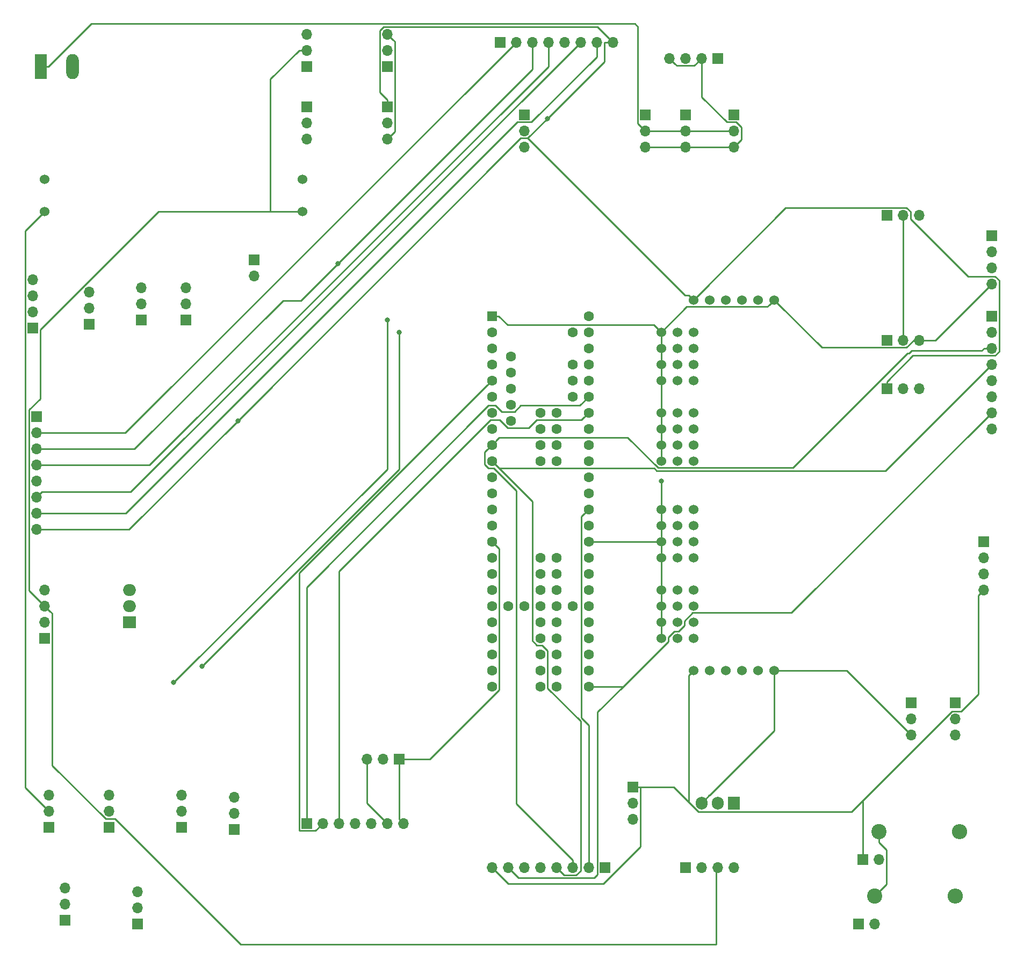
<source format=gbr>
G04 #@! TF.GenerationSoftware,KiCad,Pcbnew,(5.0.2)-1*
G04 #@! TF.CreationDate,2019-01-24T16:58:19-05:00*
G04 #@! TF.ProjectId,TrapologyKicad,54726170-6f6c-46f6-9779-4b696361642e,rev?*
G04 #@! TF.SameCoordinates,Original*
G04 #@! TF.FileFunction,Copper,L1,Top*
G04 #@! TF.FilePolarity,Positive*
%FSLAX46Y46*%
G04 Gerber Fmt 4.6, Leading zero omitted, Abs format (unit mm)*
G04 Created by KiCad (PCBNEW (5.0.2)-1) date 1/24/2019 4:58:19 PM*
%MOMM*%
%LPD*%
G01*
G04 APERTURE LIST*
G04 #@! TA.AperFunction,ComponentPad*
%ADD10O,2.000000X1.905000*%
G04 #@! TD*
G04 #@! TA.AperFunction,ComponentPad*
%ADD11R,2.000000X1.905000*%
G04 #@! TD*
G04 #@! TA.AperFunction,ComponentPad*
%ADD12C,1.600000*%
G04 #@! TD*
G04 #@! TA.AperFunction,ComponentPad*
%ADD13R,1.600000X1.600000*%
G04 #@! TD*
G04 #@! TA.AperFunction,ComponentPad*
%ADD14C,1.524000*%
G04 #@! TD*
G04 #@! TA.AperFunction,ComponentPad*
%ADD15R,1.700000X1.700000*%
G04 #@! TD*
G04 #@! TA.AperFunction,ComponentPad*
%ADD16O,1.700000X1.700000*%
G04 #@! TD*
G04 #@! TA.AperFunction,ComponentPad*
%ADD17O,1.980000X3.960000*%
G04 #@! TD*
G04 #@! TA.AperFunction,ComponentPad*
%ADD18R,1.980000X3.960000*%
G04 #@! TD*
G04 #@! TA.AperFunction,ComponentPad*
%ADD19O,2.400000X2.400000*%
G04 #@! TD*
G04 #@! TA.AperFunction,ComponentPad*
%ADD20C,2.400000*%
G04 #@! TD*
G04 #@! TA.AperFunction,ComponentPad*
%ADD21O,1.905000X2.000000*%
G04 #@! TD*
G04 #@! TA.AperFunction,ComponentPad*
%ADD22R,1.905000X2.000000*%
G04 #@! TD*
G04 #@! TA.AperFunction,ViaPad*
%ADD23C,0.800000*%
G04 #@! TD*
G04 #@! TA.AperFunction,Conductor*
%ADD24C,0.250000*%
G04 #@! TD*
G04 APERTURE END LIST*
D10*
G04 #@! TO.P,Q1,3*
G04 #@! TO.N,GND*
X38100000Y-106680000D03*
G04 #@! TO.P,Q1,2*
G04 #@! TO.N,Net-(Q1-Pad2)*
X38100000Y-109220000D03*
D11*
G04 #@! TO.P,Q1,1*
G04 #@! TO.N,BTNREDLIGHT*
X38100000Y-111760000D03*
G04 #@! TD*
D12*
G04 #@! TO.P,U1,17*
G04 #@! TO.N,OUTERHALL*
X95250000Y-104140000D03*
G04 #@! TO.P,U1,18*
G04 #@! TO.N,BTNDIALLIGHT*
X95250000Y-106680000D03*
G04 #@! TO.P,U1,19*
G04 #@! TO.N,BTNDIAL*
X95250000Y-109220000D03*
G04 #@! TO.P,U1,20*
G04 #@! TO.N,RFID4*
X95250000Y-111760000D03*
G04 #@! TO.P,U1,16*
G04 #@! TO.N,MIDHALL*
X95250000Y-101600000D03*
G04 #@! TO.P,U1,15*
G04 #@! TO.N,+3V3*
X95250000Y-99060000D03*
G04 #@! TO.P,U1,14*
G04 #@! TO.N,INNERHALL*
X95250000Y-96520000D03*
G04 #@! TO.P,U1,21*
G04 #@! TO.N,BTNREDLIGHT*
X95250000Y-114300000D03*
G04 #@! TO.P,U1,22*
G04 #@! TO.N,BTNRED*
X95250000Y-116840000D03*
G04 #@! TO.P,U1,23*
G04 #@! TO.N,SCALE2POT*
X95250000Y-119380000D03*
G04 #@! TO.P,U1,24*
G04 #@! TO.N,SCALE1POT*
X95250000Y-121920000D03*
G04 #@! TO.P,U1,25*
G04 #@! TO.N,Net-(U1-Pad25)*
X97790000Y-109220000D03*
G04 #@! TO.P,U1,26*
G04 #@! TO.N,Net-(U1-Pad26)*
X100330000Y-109220000D03*
G04 #@! TO.P,U1,27*
G04 #@! TO.N,Net-(U1-Pad27)*
X102870000Y-109220000D03*
G04 #@! TO.P,U1,28*
G04 #@! TO.N,Net-(U1-Pad28)*
X105410000Y-109220000D03*
G04 #@! TO.P,U1,29*
G04 #@! TO.N,Net-(U1-Pad29)*
X107950000Y-109220000D03*
G04 #@! TO.P,U1,30*
G04 #@! TO.N,RFIDRESET*
X110490000Y-121920000D03*
G04 #@! TO.P,U1,31*
G04 #@! TO.N,RADIOCE*
X110490000Y-119380000D03*
G04 #@! TO.P,U1,32*
G04 #@! TO.N,RADIOCSN*
X110490000Y-116840000D03*
G04 #@! TO.P,U1,33*
G04 #@! TO.N,RFID3*
X110490000Y-114300000D03*
G04 #@! TO.P,U1,34*
G04 #@! TO.N,FACEPART3*
X110490000Y-111760000D03*
G04 #@! TO.P,U1,35*
G04 #@! TO.N,BTNYELLOW*
X110490000Y-109220000D03*
G04 #@! TO.P,U1,36*
G04 #@! TO.N,BTNYELLOWLIGHT*
X110490000Y-106680000D03*
G04 #@! TO.P,U1,37*
G04 #@! TO.N,EYE1*
X110490000Y-104140000D03*
G04 #@! TO.P,U1,13*
G04 #@! TO.N,PUZZLERESETBTN*
X95250000Y-93980000D03*
G04 #@! TO.P,U1,12*
G04 #@! TO.N,VOICETX*
X95250000Y-91440000D03*
G04 #@! TO.P,U1,11*
G04 #@! TO.N,VOICERX*
X95250000Y-88900000D03*
G04 #@! TO.P,U1,10*
G04 #@! TO.N,RFIDMISO*
X95250000Y-86360000D03*
G04 #@! TO.P,U1,9*
G04 #@! TO.N,RFIDMOSI*
X95250000Y-83820000D03*
G04 #@! TO.P,U1,8*
G04 #@! TO.N,FACEPART1*
X95250000Y-81280000D03*
G04 #@! TO.P,U1,7*
G04 #@! TO.N,RFID1*
X95250000Y-78740000D03*
G04 #@! TO.P,U1,6*
G04 #@! TO.N,SCALE1MOTOR*
X95250000Y-76200000D03*
G04 #@! TO.P,U1,5*
G04 #@! TO.N,RADIOMISO*
X95250000Y-73660000D03*
G04 #@! TO.P,U1,4*
G04 #@! TO.N,SCALE2MOTOR*
X95250000Y-71120000D03*
G04 #@! TO.P,U1,3*
G04 #@! TO.N,Net-(U1-Pad3)*
X95250000Y-68580000D03*
G04 #@! TO.P,U1,2*
G04 #@! TO.N,Net-(U1-Pad2)*
X95250000Y-66040000D03*
D13*
G04 #@! TO.P,U1,1*
G04 #@! TO.N,GND*
X95250000Y-63500000D03*
D12*
G04 #@! TO.P,U1,38*
G04 #@! TO.N,EYE2*
X110490000Y-101600000D03*
G04 #@! TO.P,U1,39*
G04 #@! TO.N,GND*
X110490000Y-99060000D03*
G04 #@! TO.P,U1,40*
G04 #@! TO.N,FACEPART2*
X110490000Y-96520000D03*
G04 #@! TO.P,U1,41*
G04 #@! TO.N,RFIDSCLK*
X110490000Y-93980000D03*
G04 #@! TO.P,U1,42*
G04 #@! TO.N,RFID2*
X110490000Y-91440000D03*
G04 #@! TO.P,U1,43*
G04 #@! TO.N,BTNBLUELIGHT*
X110490000Y-88900000D03*
G04 #@! TO.P,U1,44*
G04 #@! TO.N,BTNBLUE*
X110490000Y-86360000D03*
G04 #@! TO.P,U1,45*
G04 #@! TO.N,I2CSDA*
X110490000Y-83820000D03*
G04 #@! TO.P,U1,46*
G04 #@! TO.N,I2CSCL*
X110490000Y-81280000D03*
G04 #@! TO.P,U1,47*
G04 #@! TO.N,RADIOSCLK*
X110490000Y-78740000D03*
G04 #@! TO.P,U1,48*
G04 #@! TO.N,RADIOMOSI*
X110490000Y-76200000D03*
G04 #@! TO.P,U1,49*
G04 #@! TO.N,BTNGREEN*
X110490000Y-73660000D03*
G04 #@! TO.P,U1,50*
G04 #@! TO.N,BTNGREENLIGHT*
X110490000Y-71120000D03*
G04 #@! TO.P,U1,51*
G04 #@! TO.N,Net-(U1-Pad51)*
X110490000Y-68580000D03*
G04 #@! TO.P,U1,52*
G04 #@! TO.N,Net-(U1-Pad52)*
X110490000Y-66040000D03*
G04 #@! TO.P,U1,53*
G04 #@! TO.N,+5V*
X110490000Y-63500000D03*
G04 #@! TO.P,U1,54*
G04 #@! TO.N,Net-(U1-Pad54)*
X107950000Y-66040000D03*
G04 #@! TO.P,U1,55*
G04 #@! TO.N,Net-(U1-Pad55)*
X107950000Y-71120000D03*
G04 #@! TO.P,U1,56*
G04 #@! TO.N,Net-(U1-Pad56)*
X107950000Y-73660000D03*
G04 #@! TO.P,U1,57*
G04 #@! TO.N,Net-(U1-Pad57)*
X107950000Y-76200000D03*
G04 #@! TO.P,U1,63*
G04 #@! TO.N,Net-(U1-Pad63)*
X102870000Y-78740000D03*
G04 #@! TO.P,U1,64*
G04 #@! TO.N,Net-(U1-Pad64)*
X102870000Y-81280000D03*
G04 #@! TO.P,U1,65*
G04 #@! TO.N,Net-(U1-Pad65)*
X102870000Y-83820000D03*
G04 #@! TO.P,U1,66*
G04 #@! TO.N,Net-(U1-Pad66)*
X102870000Y-86360000D03*
G04 #@! TO.P,U1,67*
G04 #@! TO.N,Net-(U1-Pad67)*
X102870000Y-101600000D03*
G04 #@! TO.P,U1,68*
G04 #@! TO.N,Net-(U1-Pad68)*
X102870000Y-104140000D03*
G04 #@! TO.P,U1,69*
G04 #@! TO.N,Net-(U1-Pad69)*
X102870000Y-106680000D03*
G04 #@! TO.P,U1,70*
G04 #@! TO.N,Net-(U1-Pad70)*
X102870000Y-111760000D03*
G04 #@! TO.P,U1,71*
G04 #@! TO.N,Net-(U1-Pad71)*
X102870000Y-114300000D03*
G04 #@! TO.P,U1,72*
G04 #@! TO.N,Net-(U1-Pad72)*
X102870000Y-116840000D03*
G04 #@! TO.P,U1,73*
G04 #@! TO.N,FACEPART4*
X102870000Y-119380000D03*
G04 #@! TO.P,U1,74*
G04 #@! TO.N,Net-(U1-Pad74)*
X102870000Y-121920000D03*
G04 #@! TO.P,U1,75*
G04 #@! TO.N,Net-(U1-Pad75)*
X105410000Y-121920000D03*
G04 #@! TO.P,U1,76*
G04 #@! TO.N,Net-(U1-Pad76)*
X105410000Y-119380000D03*
G04 #@! TO.P,U1,77*
G04 #@! TO.N,Net-(U1-Pad77)*
X105410000Y-116840000D03*
G04 #@! TO.P,U1,78*
G04 #@! TO.N,Net-(U1-Pad78)*
X105410000Y-114300000D03*
G04 #@! TO.P,U1,79*
G04 #@! TO.N,Net-(U1-Pad79)*
X105410000Y-111760000D03*
G04 #@! TO.P,U1,80*
G04 #@! TO.N,Net-(U1-Pad80)*
X105410000Y-106680000D03*
G04 #@! TO.P,U1,81*
G04 #@! TO.N,Net-(U1-Pad81)*
X105410000Y-104140000D03*
G04 #@! TO.P,U1,82*
G04 #@! TO.N,Net-(U1-Pad82)*
X105410000Y-101600000D03*
G04 #@! TO.P,U1,83*
G04 #@! TO.N,Net-(U1-Pad83)*
X105410000Y-86360000D03*
G04 #@! TO.P,U1,84*
G04 #@! TO.N,Net-(U1-Pad84)*
X105410000Y-83820000D03*
G04 #@! TO.P,U1,85*
G04 #@! TO.N,Net-(U1-Pad85)*
X105410000Y-81280000D03*
G04 #@! TO.P,U1,86*
G04 #@! TO.N,Net-(U1-Pad86)*
X105410000Y-78740000D03*
G04 #@! TO.P,U1,58*
G04 #@! TO.N,Net-(U1-Pad58)*
X98250000Y-69850000D03*
G04 #@! TO.P,U1,59*
G04 #@! TO.N,Net-(U1-Pad59)*
X98250000Y-72390000D03*
G04 #@! TO.P,U1,60*
G04 #@! TO.N,Net-(U1-Pad60)*
X98250000Y-74930000D03*
G04 #@! TO.P,U1,61*
G04 #@! TO.N,Net-(U1-Pad61)*
X98250000Y-77470000D03*
G04 #@! TO.P,U1,62*
G04 #@! TO.N,Net-(U1-Pad62)*
X98250000Y-80010000D03*
G04 #@! TD*
D14*
G04 #@! TO.P,U2,50*
G04 #@! TO.N,N/C*
X124460000Y-111760000D03*
X124460000Y-109220000D03*
X124460000Y-106680000D03*
X124460000Y-114300000D03*
X124460000Y-66040000D03*
X124460000Y-68580000D03*
X124460000Y-71120000D03*
X124460000Y-73660000D03*
X124460000Y-83820000D03*
X124460000Y-99060000D03*
X124460000Y-81280000D03*
X124460000Y-78740000D03*
X124460000Y-96520000D03*
X124460000Y-86360000D03*
X124460000Y-93980000D03*
X124460000Y-101600000D03*
G04 #@! TO.P,U2,14*
G04 #@! TO.N,GND*
X139700000Y-60960000D03*
G04 #@! TO.P,U2,60*
G04 #@! TO.N,N/C*
X137160000Y-60960000D03*
G04 #@! TO.P,U2,26*
G04 #@! TO.N,I2CSCL*
X134620000Y-60960000D03*
G04 #@! TO.P,U2,27*
G04 #@! TO.N,I2CSDA*
X132080000Y-60960000D03*
G04 #@! TO.P,U2,57*
G04 #@! TO.N,N/C*
X129540000Y-60960000D03*
G04 #@! TO.P,U2,28*
G04 #@! TO.N,+3V3*
X127000000Y-60960000D03*
G04 #@! TO.P,U2,14*
G04 #@! TO.N,GND*
X139700000Y-119380000D03*
G04 #@! TO.P,U2,60*
G04 #@! TO.N,N/C*
X137160000Y-119380000D03*
G04 #@! TO.P,U2,51*
X134620000Y-119380000D03*
G04 #@! TO.P,U2,50*
X132080000Y-119380000D03*
G04 #@! TO.P,U2,57*
X129540000Y-119380000D03*
G04 #@! TO.P,U2,85*
X127000000Y-119380000D03*
G04 #@! TO.P,U2,22*
G04 #@! TO.N,Net-(U2-Pad22)*
X127000000Y-114300000D03*
G04 #@! TO.P,U2,14*
G04 #@! TO.N,GND*
X121920000Y-114300000D03*
X121920000Y-111760000D03*
G04 #@! TO.P,U2,21*
G04 #@! TO.N,HEADLOCKS*
X127000000Y-111760000D03*
G04 #@! TO.P,U2,20*
G04 #@! TO.N,NOSELOCK*
X127000000Y-109220000D03*
G04 #@! TO.P,U2,14*
G04 #@! TO.N,GND*
X121920000Y-109220000D03*
G04 #@! TO.P,U2,19*
G04 #@! TO.N,DIALLOCK4*
X127000000Y-106680000D03*
G04 #@! TO.P,U2,14*
G04 #@! TO.N,GND*
X121920000Y-106680000D03*
X121920000Y-101600000D03*
G04 #@! TO.P,U2,18*
G04 #@! TO.N,Net-(U2-Pad18)*
X127000000Y-101600000D03*
G04 #@! TO.P,U2,17*
G04 #@! TO.N,Net-(U2-Pad17)*
X127000000Y-99060000D03*
G04 #@! TO.P,U2,14*
G04 #@! TO.N,GND*
X121920000Y-99060000D03*
X121920000Y-96520000D03*
G04 #@! TO.P,U2,16*
G04 #@! TO.N,EYEMOUTHLOCK*
X127000000Y-96520000D03*
G04 #@! TO.P,U2,15*
G04 #@! TO.N,DIALLOCK3*
X127000000Y-93980000D03*
G04 #@! TO.P,U2,14*
G04 #@! TO.N,GND*
X121920000Y-93980000D03*
X121920000Y-86360000D03*
G04 #@! TO.P,U2,13*
G04 #@! TO.N,Net-(U2-Pad13)*
X127000000Y-86360000D03*
G04 #@! TO.P,U2,12*
G04 #@! TO.N,Net-(U2-Pad12)*
X127000000Y-83820000D03*
G04 #@! TO.P,U2,14*
G04 #@! TO.N,GND*
X121920000Y-83820000D03*
X121920000Y-81280000D03*
G04 #@! TO.P,U2,11*
G04 #@! TO.N,Net-(U2-Pad11)*
X127000000Y-81280000D03*
G04 #@! TO.P,U2,10*
G04 #@! TO.N,VOICEMOUTHLOCK*
X127000000Y-78740000D03*
G04 #@! TO.P,U2,14*
G04 #@! TO.N,GND*
X121920000Y-78740000D03*
X121920000Y-73660000D03*
G04 #@! TO.P,U2,9*
G04 #@! TO.N,DIALLOCK2*
X127000000Y-73660000D03*
G04 #@! TO.P,U2,8*
G04 #@! TO.N,PRIZELOCK*
X127000000Y-71120000D03*
G04 #@! TO.P,U2,14*
G04 #@! TO.N,GND*
X121920000Y-71120000D03*
X121920000Y-68580000D03*
G04 #@! TO.P,U2,7*
G04 #@! TO.N,SCALEMOUTHLOCK*
X127000000Y-68580000D03*
G04 #@! TO.P,U2,6*
G04 #@! TO.N,DIALLOCK1*
X127000000Y-66040000D03*
G04 #@! TO.P,U2,14*
G04 #@! TO.N,GND*
X121920000Y-66040000D03*
G04 #@! TD*
D15*
G04 #@! TO.P,U11,1*
G04 #@! TO.N,GND*
X172720000Y-99060000D03*
D16*
G04 #@! TO.P,U11,2*
G04 #@! TO.N,VOICERX*
X172720000Y-101600000D03*
G04 #@! TO.P,U11,3*
G04 #@! TO.N,VOICETX*
X172720000Y-104140000D03*
G04 #@! TO.P,U11,4*
G04 #@! TO.N,+3V3*
X172720000Y-106680000D03*
G04 #@! TD*
D15*
G04 #@! TO.P,P5,1*
G04 #@! TO.N,RFID4*
X23495000Y-79375000D03*
D16*
G04 #@! TO.P,P5,2*
G04 #@! TO.N,RFIDSCLK*
X23495000Y-81915000D03*
G04 #@! TO.P,P5,3*
G04 #@! TO.N,RFIDMOSI*
X23495000Y-84455000D03*
G04 #@! TO.P,P5,4*
G04 #@! TO.N,RFIDMISO*
X23495000Y-86995000D03*
G04 #@! TO.P,P5,5*
G04 #@! TO.N,Net-(P5-Pad5)*
X23495000Y-89535000D03*
G04 #@! TO.P,P5,6*
G04 #@! TO.N,GND*
X23495000Y-92075000D03*
G04 #@! TO.P,P5,7*
G04 #@! TO.N,RFIDRESET*
X23495000Y-94615000D03*
G04 #@! TO.P,P5,8*
G04 #@! TO.N,+3V3*
X23495000Y-97155000D03*
G04 #@! TD*
G04 #@! TO.P,P3,8*
G04 #@! TO.N,+3V3*
X173990000Y-81280000D03*
G04 #@! TO.P,P3,7*
G04 #@! TO.N,RFIDRESET*
X173990000Y-78740000D03*
G04 #@! TO.P,P3,6*
G04 #@! TO.N,GND*
X173990000Y-76200000D03*
G04 #@! TO.P,P3,5*
G04 #@! TO.N,Net-(P3-Pad5)*
X173990000Y-73660000D03*
G04 #@! TO.P,P3,4*
G04 #@! TO.N,RFIDMISO*
X173990000Y-71120000D03*
G04 #@! TO.P,P3,3*
G04 #@! TO.N,RFIDMOSI*
X173990000Y-68580000D03*
G04 #@! TO.P,P3,2*
G04 #@! TO.N,RFIDSCLK*
X173990000Y-66040000D03*
D15*
G04 #@! TO.P,P3,1*
G04 #@! TO.N,RFID2*
X173990000Y-63500000D03*
G04 #@! TD*
G04 #@! TO.P,P1,1*
G04 #@! TO.N,RFID1*
X96520000Y-20320000D03*
D16*
G04 #@! TO.P,P1,2*
G04 #@! TO.N,RFIDSCLK*
X99060000Y-20320000D03*
G04 #@! TO.P,P1,3*
G04 #@! TO.N,RFIDMOSI*
X101600000Y-20320000D03*
G04 #@! TO.P,P1,4*
G04 #@! TO.N,RFIDMISO*
X104140000Y-20320000D03*
G04 #@! TO.P,P1,5*
G04 #@! TO.N,Net-(P1-Pad5)*
X106680000Y-20320000D03*
G04 #@! TO.P,P1,6*
G04 #@! TO.N,GND*
X109220000Y-20320000D03*
G04 #@! TO.P,P1,7*
G04 #@! TO.N,RFIDRESET*
X111760000Y-20320000D03*
G04 #@! TO.P,P1,8*
G04 #@! TO.N,+3V3*
X114300000Y-20320000D03*
G04 #@! TD*
D15*
G04 #@! TO.P,SW6,1*
G04 #@! TO.N,PUZZLERESETBTN*
X57785000Y-54610000D03*
D16*
G04 #@! TO.P,SW6,2*
G04 #@! TO.N,GND*
X57785000Y-57150000D03*
G04 #@! TD*
G04 #@! TO.P,P4,8*
G04 #@! TO.N,+3V3*
X95250000Y-150495000D03*
G04 #@! TO.P,P4,7*
G04 #@! TO.N,RFIDRESET*
X97790000Y-150495000D03*
G04 #@! TO.P,P4,6*
G04 #@! TO.N,GND*
X100330000Y-150495000D03*
G04 #@! TO.P,P4,5*
G04 #@! TO.N,Net-(P4-Pad5)*
X102870000Y-150495000D03*
G04 #@! TO.P,P4,4*
G04 #@! TO.N,RFIDMISO*
X105410000Y-150495000D03*
G04 #@! TO.P,P4,3*
G04 #@! TO.N,RFIDMOSI*
X107950000Y-150495000D03*
G04 #@! TO.P,P4,2*
G04 #@! TO.N,RFIDSCLK*
X110490000Y-150495000D03*
D15*
G04 #@! TO.P,P4,1*
G04 #@! TO.N,RFID3*
X113030000Y-150495000D03*
G04 #@! TD*
D14*
G04 #@! TO.P,U4,4*
G04 #@! TO.N,GND*
X24765000Y-41910000D03*
G04 #@! TO.P,U4,3*
G04 #@! TO.N,SERVOPWR*
X24765000Y-46990000D03*
G04 #@! TO.P,U4,2*
G04 #@! TO.N,GND*
X65405000Y-41910000D03*
G04 #@! TO.P,U4,1*
G04 #@! TO.N,+5V*
X65405000Y-46990000D03*
G04 #@! TD*
D17*
G04 #@! TO.P,J1,2*
G04 #@! TO.N,GND*
X29130000Y-24130000D03*
D18*
G04 #@! TO.P,J1,1*
G04 #@! TO.N,SERVOPWR*
X24130000Y-24130000D03*
G04 #@! TD*
D19*
G04 #@! TO.P,R3,2*
G04 #@! TO.N,EYE1*
X168910000Y-144780000D03*
D20*
G04 #@! TO.P,R3,1*
G04 #@! TO.N,GND*
X156210000Y-144780000D03*
G04 #@! TD*
D19*
G04 #@! TO.P,R4,2*
G04 #@! TO.N,EYE2*
X168275000Y-154940000D03*
D20*
G04 #@! TO.P,R4,1*
G04 #@! TO.N,GND*
X155575000Y-154940000D03*
G04 #@! TD*
D21*
G04 #@! TO.P,Q2,3*
G04 #@! TO.N,GND*
X128270000Y-140335000D03*
G04 #@! TO.P,Q2,2*
G04 #@! TO.N,Net-(Q2-Pad2)*
X130810000Y-140335000D03*
D22*
G04 #@! TO.P,Q2,1*
G04 #@! TO.N,BTNYELLOWLIGHT*
X133350000Y-140335000D03*
G04 #@! TD*
D16*
G04 #@! TO.P,SW2,4*
G04 #@! TO.N,GND*
X123190000Y-22860000D03*
G04 #@! TO.P,SW2,3*
G04 #@! TO.N,BTNGREENLIGHT*
X125730000Y-22860000D03*
G04 #@! TO.P,SW2,2*
G04 #@! TO.N,GND*
X128270000Y-22860000D03*
D15*
G04 #@! TO.P,SW2,1*
G04 #@! TO.N,BTNGREEN*
X130810000Y-22860000D03*
G04 #@! TD*
D16*
G04 #@! TO.P,SW1,4*
G04 #@! TO.N,GND*
X22860000Y-57785000D03*
G04 #@! TO.P,SW1,3*
G04 #@! TO.N,BTNDIALLIGHT*
X22860000Y-60325000D03*
G04 #@! TO.P,SW1,2*
G04 #@! TO.N,GND*
X22860000Y-62865000D03*
D15*
G04 #@! TO.P,SW1,1*
G04 #@! TO.N,BTNDIAL*
X22860000Y-65405000D03*
G04 #@! TD*
D16*
G04 #@! TO.P,SW3,4*
G04 #@! TO.N,GND*
X173990000Y-58420000D03*
G04 #@! TO.P,SW3,3*
G04 #@! TO.N,BTNBLUELIGHT*
X173990000Y-55880000D03*
G04 #@! TO.P,SW3,2*
G04 #@! TO.N,GND*
X173990000Y-53340000D03*
D15*
G04 #@! TO.P,SW3,1*
G04 #@! TO.N,BTNBLUE*
X173990000Y-50800000D03*
G04 #@! TD*
D16*
G04 #@! TO.P,SW5,4*
G04 #@! TO.N,Net-(Q2-Pad2)*
X133350000Y-150495000D03*
G04 #@! TO.P,SW5,3*
G04 #@! TO.N,+5V*
X130810000Y-150495000D03*
G04 #@! TO.P,SW5,2*
G04 #@! TO.N,GND*
X128270000Y-150495000D03*
D15*
G04 #@! TO.P,SW5,1*
G04 #@! TO.N,BTNYELLOW*
X125730000Y-150495000D03*
G04 #@! TD*
D16*
G04 #@! TO.P,SW4,4*
G04 #@! TO.N,Net-(Q1-Pad2)*
X24765000Y-106680000D03*
G04 #@! TO.P,SW4,3*
G04 #@! TO.N,+5V*
X24765000Y-109220000D03*
G04 #@! TO.P,SW4,2*
G04 #@! TO.N,GND*
X24765000Y-111760000D03*
D15*
G04 #@! TO.P,SW4,1*
G04 #@! TO.N,BTNRED*
X24765000Y-114300000D03*
G04 #@! TD*
D16*
G04 #@! TO.P,M7,3*
G04 #@! TO.N,GND*
X119380000Y-36830000D03*
G04 #@! TO.P,M7,2*
G04 #@! TO.N,SERVOPWR*
X119380000Y-34290000D03*
D15*
G04 #@! TO.P,M7,1*
G04 #@! TO.N,DIALLOCK1*
X119380000Y-31750000D03*
G04 #@! TD*
G04 #@! TO.P,M1,1*
G04 #@! TO.N,PRIZELOCK*
X133350000Y-31750000D03*
D16*
G04 #@! TO.P,M1,2*
G04 #@! TO.N,SERVOPWR*
X133350000Y-34290000D03*
G04 #@! TO.P,M1,3*
G04 #@! TO.N,GND*
X133350000Y-36830000D03*
G04 #@! TD*
G04 #@! TO.P,R2,2*
G04 #@! TO.N,EYE2*
X155575000Y-159385000D03*
D15*
G04 #@! TO.P,R2,1*
G04 #@! TO.N,+3V3*
X153035000Y-159385000D03*
G04 #@! TD*
D16*
G04 #@! TO.P,U12,7*
G04 #@! TO.N,+3V3*
X81280000Y-143510000D03*
G04 #@! TO.P,U12,6*
G04 #@! TO.N,GND*
X78740000Y-143510000D03*
G04 #@! TO.P,U12,5*
G04 #@! TO.N,RADIOCSN*
X76200000Y-143510000D03*
G04 #@! TO.P,U12,4*
G04 #@! TO.N,RADIOCE*
X73660000Y-143510000D03*
G04 #@! TO.P,U12,3*
G04 #@! TO.N,RADIOSCLK*
X71120000Y-143510000D03*
G04 #@! TO.P,U12,2*
G04 #@! TO.N,RADIOMISO*
X68580000Y-143510000D03*
D15*
G04 #@! TO.P,U12,1*
G04 #@! TO.N,RADIOMOSI*
X66040000Y-143510000D03*
G04 #@! TD*
D16*
G04 #@! TO.P,R1,2*
G04 #@! TO.N,EYE1*
X156210000Y-149225000D03*
D15*
G04 #@! TO.P,R1,1*
G04 #@! TO.N,+3V3*
X153670000Y-149225000D03*
G04 #@! TD*
G04 #@! TO.P,U8,1*
G04 #@! TO.N,+3V3*
X46990000Y-64135000D03*
D16*
G04 #@! TO.P,U8,2*
G04 #@! TO.N,INNERHALL*
X46990000Y-61595000D03*
G04 #@! TO.P,U8,3*
G04 #@! TO.N,GND*
X46990000Y-59055000D03*
G04 #@! TD*
G04 #@! TO.P,M6,3*
G04 #@! TO.N,GND*
X125730000Y-36830000D03*
G04 #@! TO.P,M6,2*
G04 #@! TO.N,SERVOPWR*
X125730000Y-34290000D03*
D15*
G04 #@! TO.P,M6,1*
G04 #@! TO.N,SCALEMOUTHLOCK*
X125730000Y-31750000D03*
G04 #@! TD*
G04 #@! TO.P,U3,1*
G04 #@! TO.N,+3V3*
X31750000Y-64770000D03*
D16*
G04 #@! TO.P,U3,2*
G04 #@! TO.N,OUTERHALL*
X31750000Y-62230000D03*
G04 #@! TO.P,U3,3*
G04 #@! TO.N,GND*
X31750000Y-59690000D03*
G04 #@! TD*
G04 #@! TO.P,M4,3*
G04 #@! TO.N,GND*
X161290000Y-129540000D03*
G04 #@! TO.P,M4,2*
G04 #@! TO.N,SERVOPWR*
X161290000Y-127000000D03*
D15*
G04 #@! TO.P,M4,1*
G04 #@! TO.N,EYEMOUTHLOCK*
X161290000Y-124460000D03*
G04 #@! TD*
D16*
G04 #@! TO.P,M12,3*
G04 #@! TO.N,GND*
X168275000Y-129540000D03*
G04 #@! TO.P,M12,2*
G04 #@! TO.N,SERVOPWR*
X168275000Y-127000000D03*
D15*
G04 #@! TO.P,M12,1*
G04 #@! TO.N,DIALLOCK3*
X168275000Y-124460000D03*
G04 #@! TD*
D16*
G04 #@! TO.P,U7,3*
G04 #@! TO.N,GND*
X162560000Y-74930000D03*
G04 #@! TO.P,U7,2*
G04 #@! TO.N,FACEPART2*
X160020000Y-74930000D03*
D15*
G04 #@! TO.P,U7,1*
G04 #@! TO.N,+3V3*
X157480000Y-74930000D03*
G04 #@! TD*
D16*
G04 #@! TO.P,M3,3*
G04 #@! TO.N,GND*
X39370000Y-154305000D03*
G04 #@! TO.P,M3,2*
G04 #@! TO.N,SERVOPWR*
X39370000Y-156845000D03*
D15*
G04 #@! TO.P,M3,1*
G04 #@! TO.N,NOSELOCK*
X39370000Y-159385000D03*
G04 #@! TD*
D16*
G04 #@! TO.P,M11,3*
G04 #@! TO.N,GND*
X34925000Y-139065000D03*
G04 #@! TO.P,M11,2*
G04 #@! TO.N,SERVOPWR*
X34925000Y-141605000D03*
D15*
G04 #@! TO.P,M11,1*
G04 #@! TO.N,HEADLOCKS*
X34925000Y-144145000D03*
G04 #@! TD*
D16*
G04 #@! TO.P,U5,3*
G04 #@! TO.N,GND*
X100330000Y-36830000D03*
G04 #@! TO.P,U5,2*
G04 #@! TO.N,FACEPART1*
X100330000Y-34290000D03*
D15*
G04 #@! TO.P,U5,1*
G04 #@! TO.N,+3V3*
X100330000Y-31750000D03*
G04 #@! TD*
G04 #@! TO.P,M13,1*
G04 #@! TO.N,DIALLOCK4*
X27940000Y-158750000D03*
D16*
G04 #@! TO.P,M13,2*
G04 #@! TO.N,SERVOPWR*
X27940000Y-156210000D03*
G04 #@! TO.P,M13,3*
G04 #@! TO.N,GND*
X27940000Y-153670000D03*
G04 #@! TD*
G04 #@! TO.P,M2,3*
G04 #@! TO.N,GND*
X25400000Y-139065000D03*
G04 #@! TO.P,M2,2*
G04 #@! TO.N,SERVOPWR*
X25400000Y-141605000D03*
D15*
G04 #@! TO.P,M2,1*
G04 #@! TO.N,HEADLOCKS*
X25400000Y-144145000D03*
G04 #@! TD*
D16*
G04 #@! TO.P,M9,3*
G04 #@! TO.N,GND*
X46355000Y-139065000D03*
G04 #@! TO.P,M9,2*
G04 #@! TO.N,SERVOPWR*
X46355000Y-141605000D03*
D15*
G04 #@! TO.P,M9,1*
G04 #@! TO.N,HEADLOCKS*
X46355000Y-144145000D03*
G04 #@! TD*
D16*
G04 #@! TO.P,RV1,3*
G04 #@! TO.N,GND*
X66040000Y-35560000D03*
G04 #@! TO.P,RV1,2*
G04 #@! TO.N,SCALE1POT*
X66040000Y-33020000D03*
D15*
G04 #@! TO.P,RV1,1*
G04 #@! TO.N,+3V3*
X66040000Y-30480000D03*
G04 #@! TD*
D16*
G04 #@! TO.P,M10,3*
G04 #@! TO.N,GND*
X54610000Y-139362863D03*
G04 #@! TO.P,M10,2*
G04 #@! TO.N,SERVOPWR*
X54610000Y-141902863D03*
D15*
G04 #@! TO.P,M10,1*
G04 #@! TO.N,HEADLOCKS*
X54610000Y-144442863D03*
G04 #@! TD*
D16*
G04 #@! TO.P,U10,3*
G04 #@! TO.N,GND*
X75565000Y-133350000D03*
G04 #@! TO.P,U10,2*
G04 #@! TO.N,FACEPART4*
X78105000Y-133350000D03*
D15*
G04 #@! TO.P,U10,1*
G04 #@! TO.N,+3V3*
X80645000Y-133350000D03*
G04 #@! TD*
G04 #@! TO.P,U6,1*
G04 #@! TO.N,+3V3*
X40005000Y-64135000D03*
D16*
G04 #@! TO.P,U6,2*
G04 #@! TO.N,MIDHALL*
X40005000Y-61595000D03*
G04 #@! TO.P,U6,3*
G04 #@! TO.N,GND*
X40005000Y-59055000D03*
G04 #@! TD*
G04 #@! TO.P,M14,3*
G04 #@! TO.N,GND*
X66040000Y-19050000D03*
G04 #@! TO.P,M14,2*
G04 #@! TO.N,+5V*
X66040000Y-21590000D03*
D15*
G04 #@! TO.P,M14,1*
G04 #@! TO.N,SCALE1MOTOR*
X66040000Y-24130000D03*
G04 #@! TD*
D16*
G04 #@! TO.P,M8,3*
G04 #@! TO.N,GND*
X162560000Y-47625000D03*
G04 #@! TO.P,M8,2*
G04 #@! TO.N,SERVOPWR*
X160020000Y-47625000D03*
D15*
G04 #@! TO.P,M8,1*
G04 #@! TO.N,DIALLOCK2*
X157480000Y-47625000D03*
G04 #@! TD*
D16*
G04 #@! TO.P,M15,3*
G04 #@! TO.N,GND*
X78740000Y-19050000D03*
G04 #@! TO.P,M15,2*
G04 #@! TO.N,+5V*
X78740000Y-21590000D03*
D15*
G04 #@! TO.P,M15,1*
G04 #@! TO.N,SCALE2MOTOR*
X78740000Y-24130000D03*
G04 #@! TD*
D16*
G04 #@! TO.P,RV2,3*
G04 #@! TO.N,GND*
X78740000Y-35560000D03*
G04 #@! TO.P,RV2,2*
G04 #@! TO.N,SCALE2POT*
X78740000Y-33020000D03*
D15*
G04 #@! TO.P,RV2,1*
G04 #@! TO.N,+3V3*
X78740000Y-30480000D03*
G04 #@! TD*
D16*
G04 #@! TO.P,M5,3*
G04 #@! TO.N,GND*
X162560000Y-67310000D03*
G04 #@! TO.P,M5,2*
G04 #@! TO.N,SERVOPWR*
X160020000Y-67310000D03*
D15*
G04 #@! TO.P,M5,1*
G04 #@! TO.N,VOICEMOUTHLOCK*
X157480000Y-67310000D03*
G04 #@! TD*
D16*
G04 #@! TO.P,U9,3*
G04 #@! TO.N,GND*
X117475000Y-142875000D03*
G04 #@! TO.P,U9,2*
G04 #@! TO.N,FACEPART3*
X117475000Y-140335000D03*
D15*
G04 #@! TO.P,U9,1*
G04 #@! TO.N,+3V3*
X117475000Y-137795000D03*
G04 #@! TD*
D23*
G04 #@! TO.N,+3V3*
X103974002Y-32385000D03*
X55221000Y-80010000D03*
G04 #@! TO.N,SCALE1POT*
X78740000Y-64135000D03*
X45085000Y-121285000D03*
G04 #@! TO.N,SCALE2POT*
X80645000Y-66040000D03*
X49530000Y-118745000D03*
G04 #@! TO.N,RFIDMOSI*
X70952592Y-55245000D03*
G04 #@! TO.N,GND*
X121920000Y-89535000D03*
G04 #@! TD*
D24*
G04 #@! TO.N,+3V3*
X80645000Y-142875000D02*
X81280000Y-143510000D01*
X80645000Y-133350000D02*
X80645000Y-142875000D01*
X38076000Y-97155000D02*
X55221000Y-80010000D01*
X23495000Y-97155000D02*
X38076000Y-97155000D01*
X100894001Y-35465001D02*
X103974002Y-32385000D01*
X99765999Y-35465001D02*
X100894001Y-35465001D01*
X125627001Y-60198001D02*
X100894001Y-35465001D01*
X126238001Y-60198001D02*
X125627001Y-60198001D01*
X127000000Y-60960000D02*
X126238001Y-60198001D01*
X103974002Y-32385000D02*
X112935001Y-23424001D01*
X114300000Y-20320000D02*
X112935001Y-20320000D01*
X112935001Y-23424001D02*
X112935001Y-20320000D01*
X153670000Y-148125000D02*
X153670000Y-149225000D01*
X153670000Y-139865998D02*
X153670000Y-148125000D01*
X167710999Y-125824999D02*
X153670000Y-139865998D01*
X169195003Y-125824999D02*
X167710999Y-125824999D01*
X171870001Y-123150001D02*
X169195003Y-125824999D01*
X171870001Y-107529999D02*
X171870001Y-123150001D01*
X172720000Y-106680000D02*
X171870001Y-107529999D01*
X151875997Y-141660001D02*
X153670000Y-139865998D01*
X127740830Y-141660001D02*
X151875997Y-141660001D01*
X126238001Y-140157172D02*
X127740830Y-141660001D01*
X126238001Y-120141999D02*
X126238001Y-140157172D01*
X127000000Y-119380000D02*
X126238001Y-120141999D01*
X123875829Y-137795000D02*
X126238001Y-140157172D01*
X117475000Y-137795000D02*
X123875829Y-137795000D01*
X118650001Y-147160001D02*
X112775002Y-153035000D01*
X118650001Y-137870001D02*
X118650001Y-147160001D01*
X118575000Y-137795000D02*
X118650001Y-137870001D01*
X117475000Y-137795000D02*
X118575000Y-137795000D01*
X97790000Y-153035000D02*
X95250000Y-150495000D01*
X112775002Y-153035000D02*
X97790000Y-153035000D01*
X55221000Y-80010000D02*
X99765999Y-35465001D01*
X111854999Y-17874999D02*
X113450001Y-19470001D01*
X78740000Y-30480000D02*
X78740000Y-29380000D01*
X113450001Y-19470001D02*
X114300000Y-20320000D01*
X78175999Y-17874999D02*
X111854999Y-17874999D01*
X77564999Y-18485999D02*
X78175999Y-17874999D01*
X77564999Y-28204999D02*
X77564999Y-18485999D01*
X78740000Y-29380000D02*
X77564999Y-28204999D01*
X161195001Y-48189001D02*
X161195001Y-47060999D01*
X161195001Y-47060999D02*
X160584001Y-46449999D01*
X170250999Y-57244999D02*
X161195001Y-48189001D01*
X175165001Y-69144001D02*
X175165001Y-57855999D01*
X160584001Y-46449999D02*
X141510001Y-46449999D01*
X127761999Y-60198001D02*
X127000000Y-60960000D01*
X157480000Y-74930000D02*
X157480000Y-73830000D01*
X141510001Y-46449999D02*
X127761999Y-60198001D01*
X174554001Y-57244999D02*
X170250999Y-57244999D01*
X174554001Y-69755001D02*
X175165001Y-69144001D01*
X175165001Y-57855999D02*
X174554001Y-57244999D01*
X157480000Y-73830000D02*
X161554999Y-69755001D01*
X161554999Y-69755001D02*
X174554001Y-69755001D01*
X81745000Y-133350000D02*
X80645000Y-133350000D01*
X85485002Y-133350000D02*
X81745000Y-133350000D01*
X96375001Y-122460001D02*
X85485002Y-133350000D01*
X96375001Y-100185001D02*
X96375001Y-122460001D01*
X95250000Y-99060000D02*
X96375001Y-100185001D01*
G04 #@! TO.N,SCALE1POT*
X78740000Y-64135000D02*
X78740000Y-87630000D01*
X78740000Y-87630000D02*
X45085000Y-121285000D01*
X45085000Y-121285000D02*
X45085000Y-121285000D01*
G04 #@! TO.N,SCALE2POT*
X80645000Y-66040000D02*
X80645000Y-87630000D01*
X80645000Y-87630000D02*
X49530000Y-118745000D01*
X49530000Y-118745000D02*
X49530000Y-118745000D01*
G04 #@! TO.N,RFIDRESET*
X111760000Y-22605002D02*
X111760000Y-21522081D01*
X101440001Y-32925001D02*
X111760000Y-22605002D01*
X99219999Y-32925001D02*
X101440001Y-32925001D01*
X37530000Y-94615000D02*
X99219999Y-32925001D01*
X111760000Y-21522081D02*
X111760000Y-20320000D01*
X23495000Y-94615000D02*
X37530000Y-94615000D01*
X111621370Y-121920000D02*
X110490000Y-121920000D01*
X115908762Y-121920000D02*
X111621370Y-121920000D01*
X123007001Y-114821761D02*
X115908762Y-121920000D01*
X123007001Y-114144237D02*
X123007001Y-114821761D01*
X124615763Y-113212999D02*
X123938239Y-113212999D01*
X125547001Y-112281761D02*
X124615763Y-113212999D01*
X123938239Y-113212999D02*
X123007001Y-114144237D01*
X125547001Y-111604237D02*
X125547001Y-112281761D01*
X126844237Y-110307001D02*
X125547001Y-111604237D01*
X142422999Y-110307001D02*
X126844237Y-110307001D01*
X173990000Y-78740000D02*
X142422999Y-110307001D01*
X111339988Y-152120012D02*
X111854999Y-151605001D01*
X111854999Y-125973763D02*
X115908762Y-121920000D01*
X111854999Y-151605001D02*
X111854999Y-125973763D01*
X97790000Y-150495000D02*
X99415012Y-152120012D01*
X99415012Y-152120012D02*
X111339988Y-152120012D01*
G04 #@! TO.N,RFIDMISO*
X173990000Y-71120000D02*
X157212988Y-87897012D01*
X120799829Y-87485001D02*
X96375001Y-87485001D01*
X121211839Y-87897012D02*
X120799829Y-87485001D01*
X157212988Y-87897012D02*
X121211839Y-87897012D01*
X96049999Y-87159999D02*
X95250000Y-86360000D01*
X96375001Y-87485001D02*
X96049999Y-87159999D01*
X104140000Y-21522081D02*
X104140000Y-20320000D01*
X104140000Y-24130000D02*
X104140000Y-21522081D01*
X23495000Y-86995000D02*
X41275000Y-86995000D01*
X41275000Y-86995000D02*
X104140000Y-24130000D01*
X101600000Y-114695002D02*
X101600000Y-92710000D01*
X102329999Y-115425001D02*
X101600000Y-114695002D01*
X103120003Y-115425001D02*
X102329999Y-115425001D01*
X103995001Y-116299999D02*
X103120003Y-115425001D01*
X109220000Y-127395002D02*
X103995001Y-122170003D01*
X105410000Y-150495000D02*
X106585001Y-151670001D01*
X108514001Y-151670001D02*
X109220000Y-150964002D01*
X109220000Y-150964002D02*
X109220000Y-127395002D01*
X101600000Y-92710000D02*
X96375001Y-87485001D01*
X106585001Y-151670001D02*
X108514001Y-151670001D01*
X103995001Y-122170003D02*
X103995001Y-116299999D01*
G04 #@! TO.N,RFIDMOSI*
X101600000Y-24597592D02*
X101600000Y-21522081D01*
X38900998Y-84455000D02*
X62300999Y-61054999D01*
X23495000Y-84455000D02*
X38900998Y-84455000D01*
X101600000Y-21522081D02*
X101600000Y-20320000D01*
X65142593Y-61054999D02*
X70952592Y-55245000D01*
X62300999Y-61054999D02*
X65142593Y-61054999D01*
X142677997Y-87447001D02*
X121398239Y-87447001D01*
X161406812Y-68935012D02*
X160956801Y-69385023D01*
X160956801Y-69385023D02*
X160739975Y-69385023D01*
X160739975Y-69385023D02*
X142677997Y-87447001D01*
X121398239Y-87447001D02*
X116646237Y-82694999D01*
X96375001Y-82694999D02*
X96049999Y-83020001D01*
X96049999Y-83020001D02*
X95250000Y-83820000D01*
X116646237Y-82694999D02*
X96375001Y-82694999D01*
X172432907Y-68935012D02*
X161406812Y-68935012D01*
X172787919Y-68580000D02*
X172432907Y-68935012D01*
X173990000Y-68580000D02*
X172787919Y-68580000D01*
X70952592Y-55245000D02*
X101600000Y-24597592D01*
X94450001Y-84619999D02*
X95250000Y-83820000D01*
X94124999Y-84945001D02*
X94450001Y-84619999D01*
X94124999Y-86900001D02*
X94124999Y-84945001D01*
X107950000Y-149292919D02*
X99060000Y-140402919D01*
X99060000Y-140402919D02*
X99060000Y-91044998D01*
X107950000Y-150495000D02*
X107950000Y-149292919D01*
X99060000Y-91044998D02*
X95500003Y-87485001D01*
X95500003Y-87485001D02*
X94709999Y-87485001D01*
X94709999Y-87485001D02*
X94124999Y-86900001D01*
G04 #@! TO.N,RADIOMISO*
X64864999Y-144620001D02*
X64864999Y-104046411D01*
X94450001Y-74461409D02*
X94450001Y-74459999D01*
X94450001Y-74459999D02*
X95250000Y-73660000D01*
X64864999Y-104046411D02*
X94450001Y-74461409D01*
X64929999Y-144685001D02*
X64864999Y-144620001D01*
X67404999Y-144685001D02*
X64929999Y-144685001D01*
X68580000Y-143510000D02*
X67404999Y-144685001D01*
G04 #@! TO.N,GND*
X108370001Y-21169999D02*
X109220000Y-20320000D01*
X38314999Y-91225001D02*
X108370001Y-21169999D01*
X23495000Y-92075000D02*
X24344999Y-91225001D01*
X24344999Y-91225001D02*
X38314999Y-91225001D01*
X156210000Y-146477056D02*
X156210000Y-144780000D01*
X157385001Y-147652057D02*
X156210000Y-146477056D01*
X157385001Y-153129999D02*
X157385001Y-147652057D01*
X155575000Y-154940000D02*
X157385001Y-153129999D01*
X75565000Y-140335000D02*
X78740000Y-143510000D01*
X75565000Y-133350000D02*
X75565000Y-140335000D01*
X96300000Y-63500000D02*
X95250000Y-63500000D01*
X97714999Y-64914999D02*
X96300000Y-63500000D01*
X120794999Y-64914999D02*
X97714999Y-64914999D01*
X121920000Y-66040000D02*
X120794999Y-64914999D01*
X121920000Y-66040000D02*
X121920000Y-73660000D01*
X121920000Y-73660000D02*
X121920000Y-86360000D01*
X121920000Y-93980000D02*
X121920000Y-101600000D01*
X121920000Y-102677630D02*
X121920000Y-114300000D01*
X121920000Y-101600000D02*
X121920000Y-102677630D01*
X110490000Y-99060000D02*
X121920000Y-99060000D01*
X173990000Y-58420000D02*
X165100000Y-67310000D01*
X165100000Y-67310000D02*
X162560000Y-67310000D01*
X140461999Y-61721999D02*
X139700000Y-60960000D01*
X160584001Y-68485001D02*
X147225001Y-68485001D01*
X161759002Y-67310000D02*
X160584001Y-68485001D01*
X147225001Y-68485001D02*
X140461999Y-61721999D01*
X162560000Y-67310000D02*
X161759002Y-67310000D01*
X119380000Y-36830000D02*
X133350000Y-36830000D01*
X128270000Y-24062081D02*
X128270000Y-22860000D01*
X128270000Y-28955002D02*
X128270000Y-24062081D01*
X132239999Y-32925001D02*
X128270000Y-28955002D01*
X133724003Y-32925001D02*
X132239999Y-32925001D01*
X134525001Y-33725999D02*
X133724003Y-32925001D01*
X134525001Y-35654999D02*
X134525001Y-33725999D01*
X133350000Y-36830000D02*
X134525001Y-35654999D01*
X124039999Y-23709999D02*
X123190000Y-22860000D01*
X124365001Y-24035001D02*
X124039999Y-23709999D01*
X127094999Y-24035001D02*
X124365001Y-24035001D01*
X128270000Y-22860000D02*
X127094999Y-24035001D01*
X151130000Y-119380000D02*
X139700000Y-119380000D01*
X161290000Y-129540000D02*
X151130000Y-119380000D01*
X128270000Y-140287500D02*
X128270000Y-140335000D01*
X129472500Y-139085000D02*
X128270000Y-140287500D01*
X129520000Y-139085000D02*
X129472500Y-139085000D01*
X139700000Y-128905000D02*
X129520000Y-139085000D01*
X139700000Y-119380000D02*
X139700000Y-128905000D01*
X79589999Y-19899999D02*
X78740000Y-19050000D01*
X79915001Y-20225001D02*
X79589999Y-19899999D01*
X79915001Y-34384999D02*
X79915001Y-20225001D01*
X78740000Y-35560000D02*
X79915001Y-34384999D01*
X138938001Y-61721999D02*
X139700000Y-60960000D01*
X138612999Y-62047001D02*
X138938001Y-61721999D01*
X125912999Y-62047001D02*
X138612999Y-62047001D01*
X121920000Y-66040000D02*
X125912999Y-62047001D01*
X121920000Y-89535000D02*
X121920000Y-93980000D01*
G04 #@! TO.N,RFIDSCLK*
X98210001Y-21169999D02*
X99060000Y-20320000D01*
X23495000Y-81915000D02*
X37465000Y-81915000D01*
X37465000Y-81915000D02*
X98210001Y-21169999D01*
X110490000Y-150495000D02*
X110490000Y-128028592D01*
X110490000Y-128028592D02*
X109364999Y-126903591D01*
X109690001Y-94779999D02*
X110490000Y-93980000D01*
X109364999Y-95105001D02*
X109690001Y-94779999D01*
X109364999Y-126903591D02*
X109364999Y-95105001D01*
G04 #@! TO.N,RADIOSCLK*
X94999997Y-79865001D02*
X96439999Y-79865001D01*
X97709999Y-81135001D02*
X101059999Y-81135001D01*
X109690001Y-79539999D02*
X110490000Y-78740000D01*
X101059999Y-81135001D02*
X102329999Y-79865001D01*
X109364999Y-79865001D02*
X109690001Y-79539999D01*
X71120000Y-103744998D02*
X94999997Y-79865001D01*
X71120000Y-143510000D02*
X71120000Y-103744998D01*
X96439999Y-79865001D02*
X97709999Y-81135001D01*
X102329999Y-79865001D02*
X109364999Y-79865001D01*
G04 #@! TO.N,RADIOMOSI*
X66040000Y-142410000D02*
X66040000Y-143510000D01*
X66040000Y-106284998D02*
X66040000Y-142410000D01*
X94709999Y-77614999D02*
X66040000Y-106284998D01*
X95790001Y-77614999D02*
X94709999Y-77614999D01*
X96770003Y-78595001D02*
X95790001Y-77614999D01*
X98790001Y-78595001D02*
X96770003Y-78595001D01*
X99770003Y-77614999D02*
X98790001Y-78595001D01*
X109075001Y-77614999D02*
X99770003Y-77614999D01*
X110490000Y-76200000D02*
X109075001Y-77614999D01*
G04 #@! TO.N,SERVOPWR*
X21684999Y-137889999D02*
X24550001Y-140755001D01*
X24550001Y-140755001D02*
X25400000Y-141605000D01*
X21684999Y-50070001D02*
X21684999Y-137889999D01*
X24765000Y-46990000D02*
X21684999Y-50070001D01*
X160020000Y-47625000D02*
X160020000Y-64770000D01*
X160020000Y-64770000D02*
X160020000Y-67310000D01*
X133350000Y-34290000D02*
X119380000Y-34290000D01*
X119380000Y-34290000D02*
X118204999Y-33114999D01*
X118204999Y-33114999D02*
X118204999Y-17874999D01*
X117754988Y-17424988D02*
X32075012Y-17424988D01*
X118204999Y-17874999D02*
X117754988Y-17424988D01*
X25370000Y-24130000D02*
X24130000Y-24130000D01*
X32075012Y-17424988D02*
X25370000Y-24130000D01*
G04 #@! TO.N,+5V*
X22319999Y-106774999D02*
X23915001Y-108370001D01*
X22319999Y-78264999D02*
X22319999Y-106774999D01*
X23915001Y-108370001D02*
X24765000Y-109220000D01*
X42710998Y-46990000D02*
X24035001Y-65665997D01*
X24035001Y-76549997D02*
X22319999Y-78264999D01*
X24035001Y-65665997D02*
X24035001Y-76549997D01*
X60325000Y-26102919D02*
X60325000Y-46990000D01*
X64837919Y-21590000D02*
X60325000Y-26102919D01*
X66040000Y-21590000D02*
X64837919Y-21590000D01*
X65405000Y-46990000D02*
X60325000Y-46990000D01*
X60325000Y-46990000D02*
X42710998Y-46990000D01*
X25614999Y-110069999D02*
X24765000Y-109220000D01*
X25940001Y-134359003D02*
X25940001Y-110395001D01*
X130556000Y-150749000D02*
X130556000Y-162560000D01*
X130810000Y-150495000D02*
X130556000Y-150749000D01*
X130556000Y-162560000D02*
X55625002Y-162560000D01*
X55625002Y-162560000D02*
X35845003Y-142780001D01*
X25940001Y-110395001D02*
X25614999Y-110069999D01*
X35845003Y-142780001D02*
X34360999Y-142780001D01*
X34360999Y-142780001D02*
X25940001Y-134359003D01*
G04 #@! TD*
M02*

</source>
